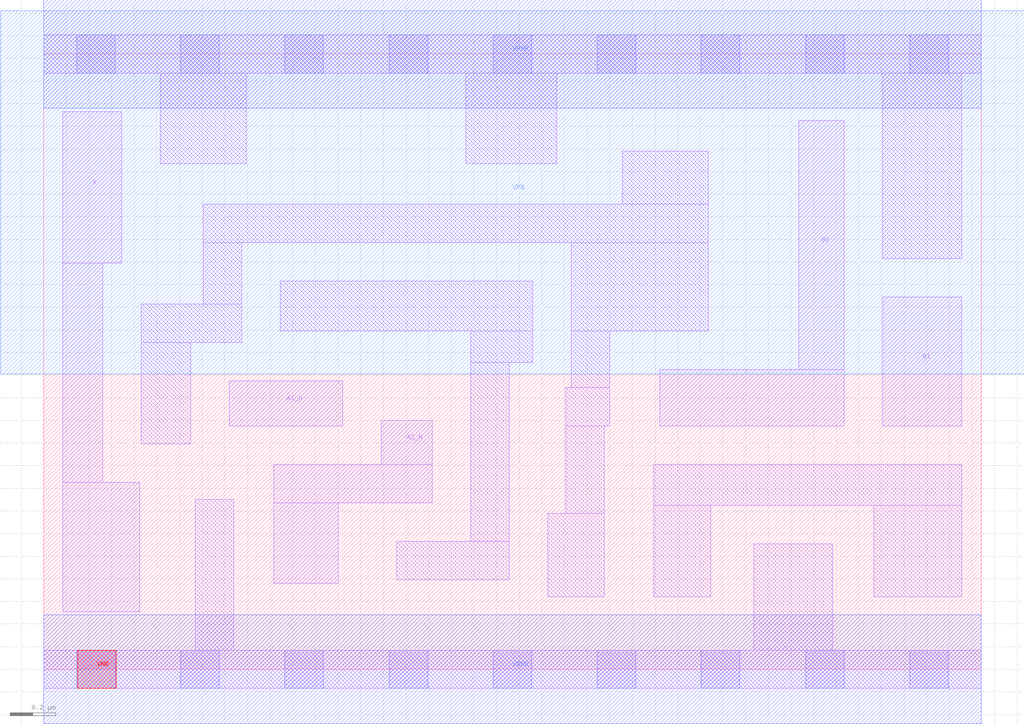
<source format=lef>
# Copyright 2020 The SkyWater PDK Authors
#
# Licensed under the Apache License, Version 2.0 (the "License");
# you may not use this file except in compliance with the License.
# You may obtain a copy of the License at
#
#     https://www.apache.org/licenses/LICENSE-2.0
#
# Unless required by applicable law or agreed to in writing, software
# distributed under the License is distributed on an "AS IS" BASIS,
# WITHOUT WARRANTIES OR CONDITIONS OF ANY KIND, either express or implied.
# See the License for the specific language governing permissions and
# limitations under the License.
#
# SPDX-License-Identifier: Apache-2.0

VERSION 5.7 ;
  NOWIREEXTENSIONATPIN ON ;
  DIVIDERCHAR "/" ;
  BUSBITCHARS "[]" ;
PROPERTYDEFINITIONS
  MACRO maskLayoutSubType STRING ;
  MACRO prCellType STRING ;
  MACRO originalViewName STRING ;
END PROPERTYDEFINITIONS
MACRO sky130_fd_sc_hdll__o2bb2a_1
  CLASS CORE ;
  FOREIGN sky130_fd_sc_hdll__o2bb2a_1 ;
  ORIGIN  0.000000  0.000000 ;
  SIZE  4.140000 BY  2.720000 ;
  SYMMETRY X Y R90 ;
  SITE unithd ;
  PIN A1_N
    ANTENNAGATEAREA  0.138600 ;
    DIRECTION INPUT ;
    USE SIGNAL ;
    PORT
      LAYER li1 ;
        RECT 0.820000 1.075000 1.320000 1.275000 ;
    END
  END A1_N
  PIN A2_N
    ANTENNAGATEAREA  0.138600 ;
    DIRECTION INPUT ;
    USE SIGNAL ;
    PORT
      LAYER li1 ;
        RECT 1.015000 0.380000 1.300000 0.735000 ;
        RECT 1.015000 0.735000 1.715000 0.905000 ;
        RECT 1.490000 0.905000 1.715000 1.100000 ;
    END
  END A2_N
  PIN B1
    ANTENNAGATEAREA  0.138600 ;
    DIRECTION INPUT ;
    USE SIGNAL ;
    PORT
      LAYER li1 ;
        RECT 3.705000 1.075000 4.055000 1.645000 ;
    END
  END B1
  PIN B2
    ANTENNAGATEAREA  0.138600 ;
    DIRECTION INPUT ;
    USE SIGNAL ;
    PORT
      LAYER li1 ;
        RECT 2.720000 1.075000 3.535000 1.325000 ;
        RECT 3.335000 1.325000 3.535000 2.425000 ;
    END
  END B2
  PIN VGND
    ANTENNADIFFAREA  0.398850 ;
    DIRECTION INOUT ;
    USE SIGNAL ;
    PORT
      LAYER met1 ;
        RECT 0.000000 -0.240000 4.140000 0.240000 ;
    END
  END VGND
  PIN VNB
    PORT
      LAYER pwell ;
        RECT 0.150000 -0.085000 0.320000 0.085000 ;
    END
  END VNB
  PIN VPB
    PORT
      LAYER nwell ;
        RECT -0.190000 1.305000 4.330000 2.910000 ;
    END
  END VPB
  PIN VPWR
    ANTENNADIFFAREA  0.839800 ;
    DIRECTION INOUT ;
    USE SIGNAL ;
    PORT
      LAYER met1 ;
        RECT 0.000000 2.480000 4.140000 2.960000 ;
    END
  END VPWR
  PIN X
    ANTENNADIFFAREA  0.471500 ;
    DIRECTION OUTPUT ;
    USE SIGNAL ;
    PORT
      LAYER li1 ;
        RECT 0.085000 0.255000 0.425000 0.825000 ;
        RECT 0.085000 0.825000 0.260000 1.795000 ;
        RECT 0.085000 1.795000 0.345000 2.465000 ;
    END
  END X
  OBS
    LAYER li1 ;
      RECT 0.000000 -0.085000 4.140000 0.085000 ;
      RECT 0.000000  2.635000 4.140000 2.805000 ;
      RECT 0.430000  0.995000 0.650000 1.445000 ;
      RECT 0.430000  1.445000 0.875000 1.615000 ;
      RECT 0.515000  2.235000 0.895000 2.635000 ;
      RECT 0.670000  0.085000 0.840000 0.750000 ;
      RECT 0.705000  1.615000 0.875000 1.885000 ;
      RECT 0.705000  1.885000 2.935000 2.055000 ;
      RECT 1.045000  1.495000 2.160000 1.715000 ;
      RECT 1.560000  0.395000 2.055000 0.565000 ;
      RECT 1.865000  2.235000 2.265000 2.635000 ;
      RECT 1.885000  0.565000 2.055000 1.355000 ;
      RECT 1.885000  1.355000 2.160000 1.495000 ;
      RECT 2.225000  0.320000 2.475000 0.690000 ;
      RECT 2.305000  0.690000 2.475000 1.075000 ;
      RECT 2.305000  1.075000 2.500000 1.245000 ;
      RECT 2.330000  1.245000 2.500000 1.495000 ;
      RECT 2.330000  1.495000 2.935000 1.885000 ;
      RECT 2.555000  2.055000 2.935000 2.290000 ;
      RECT 2.695000  0.320000 2.945000 0.725000 ;
      RECT 2.695000  0.725000 4.055000 0.905000 ;
      RECT 3.135000  0.085000 3.485000 0.555000 ;
      RECT 3.665000  0.320000 4.055000 0.725000 ;
      RECT 3.705000  1.815000 4.055000 2.635000 ;
    LAYER mcon ;
      RECT 0.145000 -0.085000 0.315000 0.085000 ;
      RECT 0.145000  2.635000 0.315000 2.805000 ;
      RECT 0.605000 -0.085000 0.775000 0.085000 ;
      RECT 0.605000  2.635000 0.775000 2.805000 ;
      RECT 1.065000 -0.085000 1.235000 0.085000 ;
      RECT 1.065000  2.635000 1.235000 2.805000 ;
      RECT 1.525000 -0.085000 1.695000 0.085000 ;
      RECT 1.525000  2.635000 1.695000 2.805000 ;
      RECT 1.985000 -0.085000 2.155000 0.085000 ;
      RECT 1.985000  2.635000 2.155000 2.805000 ;
      RECT 2.445000 -0.085000 2.615000 0.085000 ;
      RECT 2.445000  2.635000 2.615000 2.805000 ;
      RECT 2.905000 -0.085000 3.075000 0.085000 ;
      RECT 2.905000  2.635000 3.075000 2.805000 ;
      RECT 3.365000 -0.085000 3.535000 0.085000 ;
      RECT 3.365000  2.635000 3.535000 2.805000 ;
      RECT 3.825000 -0.085000 3.995000 0.085000 ;
      RECT 3.825000  2.635000 3.995000 2.805000 ;
  END
  PROPERTY maskLayoutSubType "abstract" ;
  PROPERTY prCellType "standard" ;
  PROPERTY originalViewName "layout" ;
END sky130_fd_sc_hdll__o2bb2a_1
END LIBRARY

</source>
